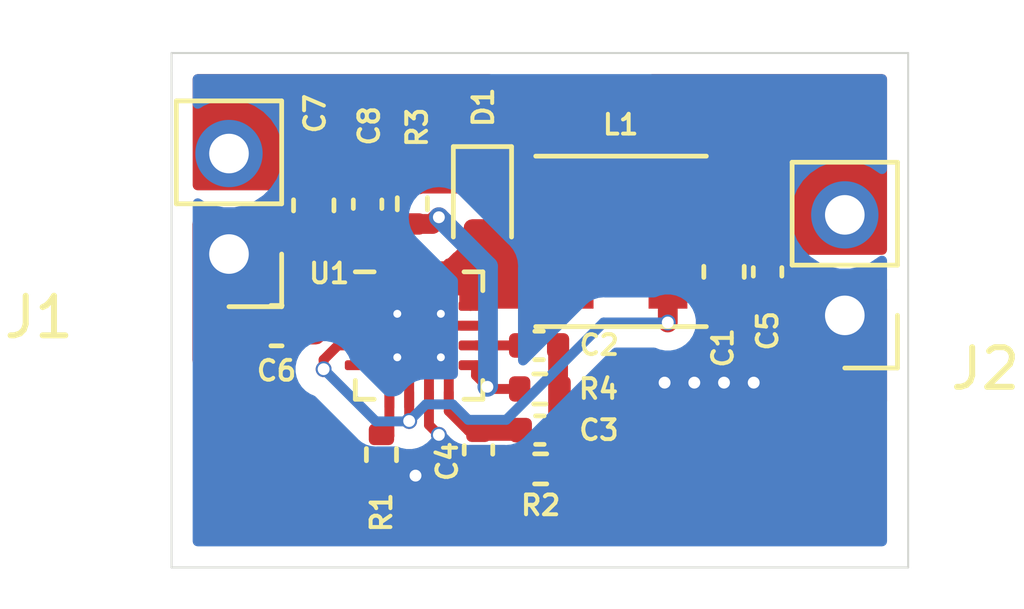
<source format=kicad_pcb>
(kicad_pcb (version 20171130) (host pcbnew "(5.1.8)-1")

  (general
    (thickness 1.6)
    (drawings 5)
    (tracks 104)
    (zones 0)
    (modules 17)
    (nets 11)
  )

  (page A4)
  (layers
    (0 F.Cu signal)
    (31 B.Cu signal)
    (32 B.Adhes user)
    (33 F.Adhes user)
    (34 B.Paste user)
    (35 F.Paste user)
    (36 B.SilkS user)
    (37 F.SilkS user)
    (38 B.Mask user)
    (39 F.Mask user)
    (40 Dwgs.User user hide)
    (41 Cmts.User user hide)
    (42 Eco1.User user hide)
    (43 Eco2.User user hide)
    (44 Edge.Cuts user)
    (45 Margin user hide)
    (46 B.CrtYd user hide)
    (47 F.CrtYd user hide)
    (48 B.Fab user hide)
    (49 F.Fab user hide)
  )

  (setup
    (last_trace_width 0.25)
    (user_trace_width 0.2)
    (user_trace_width 0.25)
    (user_trace_width 0.4)
    (user_trace_width 0.5)
    (user_trace_width 0.8)
    (user_trace_width 1)
    (trace_clearance 0.15)
    (zone_clearance 0.5)
    (zone_45_only no)
    (trace_min 0.2)
    (via_size 0.4)
    (via_drill 0.3)
    (via_min_size 0.4)
    (via_min_drill 0.3)
    (user_via 0.4 0.3)
    (user_via 0.5 0.4)
    (user_via 0.7 0.5)
    (uvia_size 0.3)
    (uvia_drill 0.1)
    (uvias_allowed no)
    (uvia_min_size 0.2)
    (uvia_min_drill 0.1)
    (edge_width 0.05)
    (segment_width 0.2)
    (pcb_text_width 0.3)
    (pcb_text_size 1.5 1.5)
    (mod_edge_width 0.12)
    (mod_text_size 1 1)
    (mod_text_width 0.15)
    (pad_size 1.524 1.524)
    (pad_drill 0.762)
    (pad_to_mask_clearance 0)
    (aux_axis_origin 0 0)
    (visible_elements 7FFFFFFF)
    (pcbplotparams
      (layerselection 0x010fc_ffffffff)
      (usegerberextensions false)
      (usegerberattributes true)
      (usegerberadvancedattributes true)
      (creategerberjobfile true)
      (excludeedgelayer true)
      (linewidth 0.100000)
      (plotframeref false)
      (viasonmask false)
      (mode 1)
      (useauxorigin false)
      (hpglpennumber 1)
      (hpglpenspeed 20)
      (hpglpendiameter 15.000000)
      (psnegative false)
      (psa4output false)
      (plotreference true)
      (plotvalue true)
      (plotinvisibletext false)
      (padsonsilk false)
      (subtractmaskfromsilk false)
      (outputformat 1)
      (mirror false)
      (drillshape 1)
      (scaleselection 1)
      (outputdirectory ""))
  )

  (net 0 "")
  (net 1 GND)
  (net 2 BAT)
  (net 3 "Net-(C2-Pad1)")
  (net 4 "Net-(C3-Pad1)")
  (net 5 "Net-(C4-Pad2)")
  (net 6 "Net-(C6-Pad2)")
  (net 7 V24)
  (net 8 "Net-(D1-Pad2)")
  (net 9 "Net-(R1-Pad1)")
  (net 10 "Net-(R3-Pad2)")

  (net_class Default "This is the default net class."
    (clearance 0.15)
    (trace_width 0.2)
    (via_dia 0.4)
    (via_drill 0.3)
    (uvia_dia 0.3)
    (uvia_drill 0.1)
    (diff_pair_width 0.2)
    (diff_pair_gap 0.2)
    (add_net BAT)
    (add_net GND)
    (add_net "Net-(C2-Pad1)")
    (add_net "Net-(C3-Pad1)")
    (add_net "Net-(C4-Pad2)")
    (add_net "Net-(C6-Pad2)")
    (add_net "Net-(D1-Pad2)")
    (add_net "Net-(R1-Pad1)")
    (add_net "Net-(R3-Pad2)")
    (add_net V24)
  )

  (module Connector_PinHeader_2.54mm:PinHeader_1x02_P2.54mm_Vertical (layer F.Cu) (tedit 59FED5CC) (tstamp 6083F614)
    (at 131.05 70.8 180)
    (descr "Through hole straight pin header, 1x02, 2.54mm pitch, single row")
    (tags "Through hole pin header THT 1x02 2.54mm single row")
    (path /6086B945)
    (fp_text reference J2 (at -3.55 -1.35) (layer F.SilkS)
      (effects (font (size 1 1) (thickness 0.15)))
    )
    (fp_text value Conn_01x02 (at 0 4.87) (layer F.Fab)
      (effects (font (size 1 1) (thickness 0.15)))
    )
    (fp_text user %R (at 0 1.27 90) (layer F.Fab)
      (effects (font (size 1 1) (thickness 0.15)))
    )
    (fp_line (start -0.635 -1.27) (end 1.27 -1.27) (layer F.Fab) (width 0.1))
    (fp_line (start 1.27 -1.27) (end 1.27 3.81) (layer F.Fab) (width 0.1))
    (fp_line (start 1.27 3.81) (end -1.27 3.81) (layer F.Fab) (width 0.1))
    (fp_line (start -1.27 3.81) (end -1.27 -0.635) (layer F.Fab) (width 0.1))
    (fp_line (start -1.27 -0.635) (end -0.635 -1.27) (layer F.Fab) (width 0.1))
    (fp_line (start -1.33 3.87) (end 1.33 3.87) (layer F.SilkS) (width 0.12))
    (fp_line (start -1.33 1.27) (end -1.33 3.87) (layer F.SilkS) (width 0.12))
    (fp_line (start 1.33 1.27) (end 1.33 3.87) (layer F.SilkS) (width 0.12))
    (fp_line (start -1.33 1.27) (end 1.33 1.27) (layer F.SilkS) (width 0.12))
    (fp_line (start -1.33 0) (end -1.33 -1.33) (layer F.SilkS) (width 0.12))
    (fp_line (start -1.33 -1.33) (end 0 -1.33) (layer F.SilkS) (width 0.12))
    (fp_line (start -1.8 -1.8) (end -1.8 4.35) (layer F.CrtYd) (width 0.05))
    (fp_line (start -1.8 4.35) (end 1.8 4.35) (layer F.CrtYd) (width 0.05))
    (fp_line (start 1.8 4.35) (end 1.8 -1.8) (layer F.CrtYd) (width 0.05))
    (fp_line (start 1.8 -1.8) (end -1.8 -1.8) (layer F.CrtYd) (width 0.05))
    (pad 2 thru_hole oval (at 0 2.54 180) (size 1.7 1.7) (drill 1) (layers *.Cu *.Mask)
      (net 2 BAT))
    (pad 1 thru_hole rect (at 0 0 180) (size 1.7 1.7) (drill 1) (layers *.Cu *.Mask)
      (net 1 GND))
    (model ${KISYS3DMOD}/Connector_PinHeader_2.54mm.3dshapes/PinHeader_1x02_P2.54mm_Vertical.wrl
      (at (xyz 0 0 0))
      (scale (xyz 1 1 1))
      (rotate (xyz 0 0 0))
    )
  )

  (module Connector_PinHeader_2.54mm:PinHeader_1x02_P2.54mm_Vertical (layer F.Cu) (tedit 59FED5CC) (tstamp 6083F5FE)
    (at 115.5 69.25 180)
    (descr "Through hole straight pin header, 1x02, 2.54mm pitch, single row")
    (tags "Through hole pin header THT 1x02 2.54mm single row")
    (path /6086CA79)
    (fp_text reference J1 (at 4.8 -1.6) (layer F.SilkS)
      (effects (font (size 1 1) (thickness 0.15)))
    )
    (fp_text value Conn_01x02 (at 0 4.87) (layer F.Fab)
      (effects (font (size 1 1) (thickness 0.15)))
    )
    (fp_text user %R (at 0 1.27 90) (layer F.Fab)
      (effects (font (size 1 1) (thickness 0.15)))
    )
    (fp_line (start -0.635 -1.27) (end 1.27 -1.27) (layer F.Fab) (width 0.1))
    (fp_line (start 1.27 -1.27) (end 1.27 3.81) (layer F.Fab) (width 0.1))
    (fp_line (start 1.27 3.81) (end -1.27 3.81) (layer F.Fab) (width 0.1))
    (fp_line (start -1.27 3.81) (end -1.27 -0.635) (layer F.Fab) (width 0.1))
    (fp_line (start -1.27 -0.635) (end -0.635 -1.27) (layer F.Fab) (width 0.1))
    (fp_line (start -1.33 3.87) (end 1.33 3.87) (layer F.SilkS) (width 0.12))
    (fp_line (start -1.33 1.27) (end -1.33 3.87) (layer F.SilkS) (width 0.12))
    (fp_line (start 1.33 1.27) (end 1.33 3.87) (layer F.SilkS) (width 0.12))
    (fp_line (start -1.33 1.27) (end 1.33 1.27) (layer F.SilkS) (width 0.12))
    (fp_line (start -1.33 0) (end -1.33 -1.33) (layer F.SilkS) (width 0.12))
    (fp_line (start -1.33 -1.33) (end 0 -1.33) (layer F.SilkS) (width 0.12))
    (fp_line (start -1.8 -1.8) (end -1.8 4.35) (layer F.CrtYd) (width 0.05))
    (fp_line (start -1.8 4.35) (end 1.8 4.35) (layer F.CrtYd) (width 0.05))
    (fp_line (start 1.8 4.35) (end 1.8 -1.8) (layer F.CrtYd) (width 0.05))
    (fp_line (start 1.8 -1.8) (end -1.8 -1.8) (layer F.CrtYd) (width 0.05))
    (pad 2 thru_hole oval (at 0 2.54 180) (size 1.7 1.7) (drill 1) (layers *.Cu *.Mask)
      (net 7 V24))
    (pad 1 thru_hole rect (at 0 0 180) (size 1.7 1.7) (drill 1) (layers *.Cu *.Mask)
      (net 1 GND))
    (model ${KISYS3DMOD}/Connector_PinHeader_2.54mm.3dshapes/PinHeader_1x02_P2.54mm_Vertical.wrl
      (at (xyz 0 0 0))
      (scale (xyz 1 1 1))
      (rotate (xyz 0 0 0))
    )
  )

  (module Inductor_SMD:L_Coilcraft_XxL4020 (layer F.Cu) (tedit 5A44C862) (tstamp 6082E434)
    (at 125.4 68.93 180)
    (descr "L_Coilcraft_XxL4020 https://www.coilcraft.com/pdfs/xfl4020.pdf")
    (tags "L Coilcraft XxL4020")
    (path /60835232)
    (attr smd)
    (fp_text reference L1 (at 0.01 2.95) (layer F.SilkS)
      (effects (font (size 0.5 0.5) (thickness 0.1)))
    )
    (fp_text value 8.2uH (at 0 3) (layer F.Fab)
      (effects (font (size 1 1) (thickness 0.15)))
    )
    (fp_line (start 2.154 2.154) (end -2.154 2.154) (layer F.SilkS) (width 0.12))
    (fp_line (start -2.154 -2.154) (end 2.154 -2.154) (layer F.SilkS) (width 0.12))
    (fp_line (start -2.26 2.26) (end -2.26 -2.26) (layer F.CrtYd) (width 0.05))
    (fp_line (start 2.26 2.26) (end -2.26 2.26) (layer F.CrtYd) (width 0.05))
    (fp_line (start 2.26 -2.26) (end 2.26 2.26) (layer F.CrtYd) (width 0.05))
    (fp_line (start -2.26 -2.26) (end 2.26 -2.26) (layer F.CrtYd) (width 0.05))
    (fp_line (start -2 2) (end -2 -2) (layer F.Fab) (width 0.1))
    (fp_line (start 2 2) (end -2 2) (layer F.Fab) (width 0.1))
    (fp_line (start 2 -2) (end 2 2) (layer F.Fab) (width 0.1))
    (fp_line (start -2 -2) (end 2 -2) (layer F.Fab) (width 0.1))
    (fp_text user %R (at 0 0) (layer F.Fab)
      (effects (font (size 1 1) (thickness 0.15)))
    )
    (pad 2 smd rect (at 1.185 0 180) (size 0.98 3.4) (layers F.Cu F.Paste F.Mask)
      (net 8 "Net-(D1-Pad2)"))
    (pad 1 smd rect (at -1.185 0 180) (size 0.98 3.4) (layers F.Cu F.Paste F.Mask)
      (net 2 BAT))
    (model ${KISYS3DMOD}/Inductor_SMD.3dshapes/L_Coilcraft_XxL4020.wrl
      (at (xyz 0 0 0))
      (scale (xyz 1 1 1))
      (rotate (xyz 0 0 0))
    )
  )

  (module Package_DFN_QFN:WQFN-16-1EP_3x3mm_P0.5mm_EP1.6x1.6mm_ThermalVias (layer F.Cu) (tedit 5E90513E) (tstamp 60833568)
    (at 120.3 71.31)
    (descr "WQFN, 16 Pin (https://www.ti.com/lit/ds/symlink/tpa6132a2.pdf#page=24), generated with kicad-footprint-generator ipc_noLead_generator.py")
    (tags "WQFN NoLead")
    (path /6082F698)
    (attr smd)
    (fp_text reference U1 (at -2.27 -1.57) (layer F.SilkS)
      (effects (font (size 0.5 0.5) (thickness 0.1)))
    )
    (fp_text value LM51571 (at 0 2.82) (layer F.Fab)
      (effects (font (size 1 1) (thickness 0.15)))
    )
    (fp_line (start 1.135 -1.61) (end 1.61 -1.61) (layer F.SilkS) (width 0.12))
    (fp_line (start 1.61 -1.61) (end 1.61 -1.135) (layer F.SilkS) (width 0.12))
    (fp_line (start -1.135 1.61) (end -1.61 1.61) (layer F.SilkS) (width 0.12))
    (fp_line (start -1.61 1.61) (end -1.61 1.135) (layer F.SilkS) (width 0.12))
    (fp_line (start 1.135 1.61) (end 1.61 1.61) (layer F.SilkS) (width 0.12))
    (fp_line (start 1.61 1.61) (end 1.61 1.135) (layer F.SilkS) (width 0.12))
    (fp_line (start -1.135 -1.61) (end -1.61 -1.61) (layer F.SilkS) (width 0.12))
    (fp_line (start -0.75 -1.5) (end 1.5 -1.5) (layer F.Fab) (width 0.1))
    (fp_line (start 1.5 -1.5) (end 1.5 1.5) (layer F.Fab) (width 0.1))
    (fp_line (start 1.5 1.5) (end -1.5 1.5) (layer F.Fab) (width 0.1))
    (fp_line (start -1.5 1.5) (end -1.5 -0.75) (layer F.Fab) (width 0.1))
    (fp_line (start -1.5 -0.75) (end -0.75 -1.5) (layer F.Fab) (width 0.1))
    (fp_line (start -2.12 -2.12) (end -2.12 2.12) (layer F.CrtYd) (width 0.05))
    (fp_line (start -2.12 2.12) (end 2.12 2.12) (layer F.CrtYd) (width 0.05))
    (fp_line (start 2.12 2.12) (end 2.12 -2.12) (layer F.CrtYd) (width 0.05))
    (fp_line (start 2.12 -2.12) (end -2.12 -2.12) (layer F.CrtYd) (width 0.05))
    (fp_text user %R (at 0 0) (layer F.Fab)
      (effects (font (size 0.75 0.75) (thickness 0.11)))
    )
    (pad "" smd roundrect (at 0.4 0.4) (size 0.69 0.69) (layers F.Paste) (roundrect_rratio 0.25))
    (pad "" smd roundrect (at 0.4 -0.4) (size 0.69 0.69) (layers F.Paste) (roundrect_rratio 0.25))
    (pad "" smd roundrect (at -0.4 0.4) (size 0.69 0.69) (layers F.Paste) (roundrect_rratio 0.25))
    (pad "" smd roundrect (at -0.4 -0.4) (size 0.69 0.69) (layers F.Paste) (roundrect_rratio 0.25))
    (pad 17 smd rect (at 0 0) (size 1.6 1.6) (layers B.Cu)
      (net 1 GND))
    (pad 17 thru_hole circle (at 0.55 0.55) (size 0.5 0.5) (drill 0.2) (layers *.Cu)
      (net 1 GND))
    (pad 17 thru_hole circle (at -0.55 0.55) (size 0.5 0.5) (drill 0.2) (layers *.Cu)
      (net 1 GND))
    (pad 17 thru_hole circle (at 0.55 -0.55) (size 0.5 0.5) (drill 0.2) (layers *.Cu)
      (net 1 GND))
    (pad 17 thru_hole circle (at -0.55 -0.55) (size 0.5 0.5) (drill 0.2) (layers *.Cu)
      (net 1 GND))
    (pad 17 smd rect (at 0 0) (size 1.6 1.6) (layers F.Cu F.Mask)
      (net 1 GND))
    (pad 16 smd roundrect (at -0.75 -1.4375) (size 0.25 0.875) (layers F.Cu F.Paste F.Mask) (roundrect_rratio 0.25)
      (net 1 GND))
    (pad 15 smd roundrect (at -0.25 -1.4375) (size 0.25 0.875) (layers F.Cu F.Paste F.Mask) (roundrect_rratio 0.25))
    (pad 14 smd roundrect (at 0.25 -1.4375) (size 0.25 0.875) (layers F.Cu F.Paste F.Mask) (roundrect_rratio 0.25)
      (net 8 "Net-(D1-Pad2)"))
    (pad 13 smd roundrect (at 0.75 -1.4375) (size 0.25 0.875) (layers F.Cu F.Paste F.Mask) (roundrect_rratio 0.25)
      (net 8 "Net-(D1-Pad2)"))
    (pad 12 smd roundrect (at 1.4375 -0.75) (size 0.875 0.25) (layers F.Cu F.Paste F.Mask) (roundrect_rratio 0.25)
      (net 8 "Net-(D1-Pad2)"))
    (pad 11 smd roundrect (at 1.4375 -0.25) (size 0.875 0.25) (layers F.Cu F.Paste F.Mask) (roundrect_rratio 0.25)
      (net 1 GND))
    (pad 10 smd roundrect (at 1.4375 0.25) (size 0.875 0.25) (layers F.Cu F.Paste F.Mask) (roundrect_rratio 0.25)
      (net 3 "Net-(C2-Pad1)"))
    (pad 9 smd roundrect (at 1.4375 0.75) (size 0.875 0.25) (layers F.Cu F.Paste F.Mask) (roundrect_rratio 0.25)
      (net 10 "Net-(R3-Pad2)"))
    (pad 8 smd roundrect (at 0.75 1.4375) (size 0.25 0.875) (layers F.Cu F.Paste F.Mask) (roundrect_rratio 0.25)
      (net 4 "Net-(C3-Pad1)"))
    (pad 7 smd roundrect (at 0.25 1.4375) (size 0.25 0.875) (layers F.Cu F.Paste F.Mask) (roundrect_rratio 0.25)
      (net 1 GND))
    (pad 6 smd roundrect (at -0.25 1.4375) (size 0.25 0.875) (layers F.Cu F.Paste F.Mask) (roundrect_rratio 0.25)
      (net 2 BAT))
    (pad 5 smd roundrect (at -0.75 1.4375) (size 0.25 0.875) (layers F.Cu F.Paste F.Mask) (roundrect_rratio 0.25)
      (net 9 "Net-(R1-Pad1)"))
    (pad 4 smd roundrect (at -1.4375 0.75) (size 0.875 0.25) (layers F.Cu F.Paste F.Mask) (roundrect_rratio 0.25))
    (pad 3 smd roundrect (at -1.4375 0.25) (size 0.875 0.25) (layers F.Cu F.Paste F.Mask) (roundrect_rratio 0.25)
      (net 2 BAT))
    (pad 2 smd roundrect (at -1.4375 -0.25) (size 0.875 0.25) (layers F.Cu F.Paste F.Mask) (roundrect_rratio 0.25)
      (net 6 "Net-(C6-Pad2)"))
    (pad 1 smd roundrect (at -1.4375 -0.75) (size 0.875 0.25) (layers F.Cu F.Paste F.Mask) (roundrect_rratio 0.25)
      (net 1 GND))
    (model ${KISYS3DMOD}/Package_DFN_QFN.3dshapes/WQFN-16-1EP_3x3mm_P0.5mm_EP1.6x1.6mm.wrl
      (at (xyz 0 0 0))
      (scale (xyz 1 1 1))
      (rotate (xyz 0 0 0))
    )
  )

  (module Resistor_SMD:R_0402_1005Metric (layer F.Cu) (tedit 5F68FEEE) (tstamp 6082E478)
    (at 123.35 72.66)
    (descr "Resistor SMD 0402 (1005 Metric), square (rectangular) end terminal, IPC_7351 nominal, (Body size source: IPC-SM-782 page 72, https://www.pcb-3d.com/wordpress/wp-content/uploads/ipc-sm-782a_amendment_1_and_2.pdf), generated with kicad-footprint-generator")
    (tags resistor)
    (path /608369E3)
    (attr smd)
    (fp_text reference R4 (at 1.48 0) (layer F.SilkS)
      (effects (font (size 0.5 0.5) (thickness 0.1)))
    )
    (fp_text value 2.49K (at 0 1.17) (layer F.Fab)
      (effects (font (size 1 1) (thickness 0.15)))
    )
    (fp_line (start -0.525 0.27) (end -0.525 -0.27) (layer F.Fab) (width 0.1))
    (fp_line (start -0.525 -0.27) (end 0.525 -0.27) (layer F.Fab) (width 0.1))
    (fp_line (start 0.525 -0.27) (end 0.525 0.27) (layer F.Fab) (width 0.1))
    (fp_line (start 0.525 0.27) (end -0.525 0.27) (layer F.Fab) (width 0.1))
    (fp_line (start -0.153641 -0.38) (end 0.153641 -0.38) (layer F.SilkS) (width 0.12))
    (fp_line (start -0.153641 0.38) (end 0.153641 0.38) (layer F.SilkS) (width 0.12))
    (fp_line (start -0.93 0.47) (end -0.93 -0.47) (layer F.CrtYd) (width 0.05))
    (fp_line (start -0.93 -0.47) (end 0.93 -0.47) (layer F.CrtYd) (width 0.05))
    (fp_line (start 0.93 -0.47) (end 0.93 0.47) (layer F.CrtYd) (width 0.05))
    (fp_line (start 0.93 0.47) (end -0.93 0.47) (layer F.CrtYd) (width 0.05))
    (fp_text user %R (at 0 0) (layer F.Fab)
      (effects (font (size 0.26 0.26) (thickness 0.04)))
    )
    (pad 2 smd roundrect (at 0.51 0) (size 0.54 0.64) (layers F.Cu F.Paste F.Mask) (roundrect_rratio 0.25)
      (net 1 GND))
    (pad 1 smd roundrect (at -0.51 0) (size 0.54 0.64) (layers F.Cu F.Paste F.Mask) (roundrect_rratio 0.25)
      (net 10 "Net-(R3-Pad2)"))
    (model ${KISYS3DMOD}/Resistor_SMD.3dshapes/R_0402_1005Metric.wrl
      (at (xyz 0 0 0))
      (scale (xyz 1 1 1))
      (rotate (xyz 0 0 0))
    )
  )

  (module Resistor_SMD:R_0402_1005Metric (layer F.Cu) (tedit 5F68FEEE) (tstamp 6082E467)
    (at 120.13 67.98 270)
    (descr "Resistor SMD 0402 (1005 Metric), square (rectangular) end terminal, IPC_7351 nominal, (Body size source: IPC-SM-782 page 72, https://www.pcb-3d.com/wordpress/wp-content/uploads/ipc-sm-782a_amendment_1_and_2.pdf), generated with kicad-footprint-generator")
    (tags resistor)
    (path /60836768)
    (attr smd)
    (fp_text reference R3 (at -1.93 -0.12 90) (layer F.SilkS)
      (effects (font (size 0.5 0.5) (thickness 0.1)))
    )
    (fp_text value 57.6K (at 0 1.17 90) (layer F.Fab)
      (effects (font (size 1 1) (thickness 0.15)))
    )
    (fp_line (start -0.525 0.27) (end -0.525 -0.27) (layer F.Fab) (width 0.1))
    (fp_line (start -0.525 -0.27) (end 0.525 -0.27) (layer F.Fab) (width 0.1))
    (fp_line (start 0.525 -0.27) (end 0.525 0.27) (layer F.Fab) (width 0.1))
    (fp_line (start 0.525 0.27) (end -0.525 0.27) (layer F.Fab) (width 0.1))
    (fp_line (start -0.153641 -0.38) (end 0.153641 -0.38) (layer F.SilkS) (width 0.12))
    (fp_line (start -0.153641 0.38) (end 0.153641 0.38) (layer F.SilkS) (width 0.12))
    (fp_line (start -0.93 0.47) (end -0.93 -0.47) (layer F.CrtYd) (width 0.05))
    (fp_line (start -0.93 -0.47) (end 0.93 -0.47) (layer F.CrtYd) (width 0.05))
    (fp_line (start 0.93 -0.47) (end 0.93 0.47) (layer F.CrtYd) (width 0.05))
    (fp_line (start 0.93 0.47) (end -0.93 0.47) (layer F.CrtYd) (width 0.05))
    (fp_text user %R (at 0 0 90) (layer F.Fab)
      (effects (font (size 0.26 0.26) (thickness 0.04)))
    )
    (pad 2 smd roundrect (at 0.51 0 270) (size 0.54 0.64) (layers F.Cu F.Paste F.Mask) (roundrect_rratio 0.25)
      (net 10 "Net-(R3-Pad2)"))
    (pad 1 smd roundrect (at -0.51 0 270) (size 0.54 0.64) (layers F.Cu F.Paste F.Mask) (roundrect_rratio 0.25)
      (net 7 V24))
    (model ${KISYS3DMOD}/Resistor_SMD.3dshapes/R_0402_1005Metric.wrl
      (at (xyz 0 0 0))
      (scale (xyz 1 1 1))
      (rotate (xyz 0 0 0))
    )
  )

  (module Resistor_SMD:R_0402_1005Metric (layer F.Cu) (tedit 5F68FEEE) (tstamp 6082E456)
    (at 123.37 74.68)
    (descr "Resistor SMD 0402 (1005 Metric), square (rectangular) end terminal, IPC_7351 nominal, (Body size source: IPC-SM-782 page 72, https://www.pcb-3d.com/wordpress/wp-content/uploads/ipc-sm-782a_amendment_1_and_2.pdf), generated with kicad-footprint-generator")
    (tags resistor)
    (path /60833CE6)
    (attr smd)
    (fp_text reference R2 (at 0 0.92) (layer F.SilkS)
      (effects (font (size 0.5 0.5) (thickness 0.1)))
    )
    (fp_text value 1.18K (at 0 1.17) (layer F.Fab)
      (effects (font (size 1 1) (thickness 0.15)))
    )
    (fp_line (start -0.525 0.27) (end -0.525 -0.27) (layer F.Fab) (width 0.1))
    (fp_line (start -0.525 -0.27) (end 0.525 -0.27) (layer F.Fab) (width 0.1))
    (fp_line (start 0.525 -0.27) (end 0.525 0.27) (layer F.Fab) (width 0.1))
    (fp_line (start 0.525 0.27) (end -0.525 0.27) (layer F.Fab) (width 0.1))
    (fp_line (start -0.153641 -0.38) (end 0.153641 -0.38) (layer F.SilkS) (width 0.12))
    (fp_line (start -0.153641 0.38) (end 0.153641 0.38) (layer F.SilkS) (width 0.12))
    (fp_line (start -0.93 0.47) (end -0.93 -0.47) (layer F.CrtYd) (width 0.05))
    (fp_line (start -0.93 -0.47) (end 0.93 -0.47) (layer F.CrtYd) (width 0.05))
    (fp_line (start 0.93 -0.47) (end 0.93 0.47) (layer F.CrtYd) (width 0.05))
    (fp_line (start 0.93 0.47) (end -0.93 0.47) (layer F.CrtYd) (width 0.05))
    (fp_text user %R (at 0 0) (layer F.Fab)
      (effects (font (size 0.26 0.26) (thickness 0.04)))
    )
    (pad 2 smd roundrect (at 0.51 0) (size 0.54 0.64) (layers F.Cu F.Paste F.Mask) (roundrect_rratio 0.25)
      (net 1 GND))
    (pad 1 smd roundrect (at -0.51 0) (size 0.54 0.64) (layers F.Cu F.Paste F.Mask) (roundrect_rratio 0.25)
      (net 5 "Net-(C4-Pad2)"))
    (model ${KISYS3DMOD}/Resistor_SMD.3dshapes/R_0402_1005Metric.wrl
      (at (xyz 0 0 0))
      (scale (xyz 1 1 1))
      (rotate (xyz 0 0 0))
    )
  )

  (module Resistor_SMD:R_0402_1005Metric (layer F.Cu) (tedit 5F68FEEE) (tstamp 6082E445)
    (at 119.35 74.32 270)
    (descr "Resistor SMD 0402 (1005 Metric), square (rectangular) end terminal, IPC_7351 nominal, (Body size source: IPC-SM-782 page 72, https://www.pcb-3d.com/wordpress/wp-content/uploads/ipc-sm-782a_amendment_1_and_2.pdf), generated with kicad-footprint-generator")
    (tags resistor)
    (path /608324C5)
    (attr smd)
    (fp_text reference R1 (at 1.46 0 90) (layer F.SilkS)
      (effects (font (size 0.5 0.5) (thickness 0.1)))
    )
    (fp_text value 24.9K (at 0 1.17 90) (layer F.Fab)
      (effects (font (size 1 1) (thickness 0.15)))
    )
    (fp_line (start -0.525 0.27) (end -0.525 -0.27) (layer F.Fab) (width 0.1))
    (fp_line (start -0.525 -0.27) (end 0.525 -0.27) (layer F.Fab) (width 0.1))
    (fp_line (start 0.525 -0.27) (end 0.525 0.27) (layer F.Fab) (width 0.1))
    (fp_line (start 0.525 0.27) (end -0.525 0.27) (layer F.Fab) (width 0.1))
    (fp_line (start -0.153641 -0.38) (end 0.153641 -0.38) (layer F.SilkS) (width 0.12))
    (fp_line (start -0.153641 0.38) (end 0.153641 0.38) (layer F.SilkS) (width 0.12))
    (fp_line (start -0.93 0.47) (end -0.93 -0.47) (layer F.CrtYd) (width 0.05))
    (fp_line (start -0.93 -0.47) (end 0.93 -0.47) (layer F.CrtYd) (width 0.05))
    (fp_line (start 0.93 -0.47) (end 0.93 0.47) (layer F.CrtYd) (width 0.05))
    (fp_line (start 0.93 0.47) (end -0.93 0.47) (layer F.CrtYd) (width 0.05))
    (fp_text user %R (at 0 0 90) (layer F.Fab)
      (effects (font (size 0.26 0.26) (thickness 0.04)))
    )
    (pad 2 smd roundrect (at 0.51 0 270) (size 0.54 0.64) (layers F.Cu F.Paste F.Mask) (roundrect_rratio 0.25)
      (net 1 GND))
    (pad 1 smd roundrect (at -0.51 0 270) (size 0.54 0.64) (layers F.Cu F.Paste F.Mask) (roundrect_rratio 0.25)
      (net 9 "Net-(R1-Pad1)"))
    (model ${KISYS3DMOD}/Resistor_SMD.3dshapes/R_0402_1005Metric.wrl
      (at (xyz 0 0 0))
      (scale (xyz 1 1 1))
      (rotate (xyz 0 0 0))
    )
  )

  (module Diode_SMD:D_0603_1608Metric (layer F.Cu) (tedit 5F68FEF0) (tstamp 6082E421)
    (at 121.9 68.02 270)
    (descr "Diode SMD 0603 (1608 Metric), square (rectangular) end terminal, IPC_7351 nominal, (Body size source: http://www.tortai-tech.com/upload/download/2011102023233369053.pdf), generated with kicad-footprint-generator")
    (tags diode)
    (path /60836121)
    (attr smd)
    (fp_text reference D1 (at -2.48 -0.02 90) (layer F.SilkS)
      (effects (font (size 0.5 0.5) (thickness 0.1)))
    )
    (fp_text value "0.55V 1A" (at 0 1.43 90) (layer F.Fab)
      (effects (font (size 1 1) (thickness 0.15)))
    )
    (fp_line (start 0.8 -0.4) (end -0.5 -0.4) (layer F.Fab) (width 0.1))
    (fp_line (start -0.5 -0.4) (end -0.8 -0.1) (layer F.Fab) (width 0.1))
    (fp_line (start -0.8 -0.1) (end -0.8 0.4) (layer F.Fab) (width 0.1))
    (fp_line (start -0.8 0.4) (end 0.8 0.4) (layer F.Fab) (width 0.1))
    (fp_line (start 0.8 0.4) (end 0.8 -0.4) (layer F.Fab) (width 0.1))
    (fp_line (start 0.8 -0.735) (end -1.485 -0.735) (layer F.SilkS) (width 0.12))
    (fp_line (start -1.485 -0.735) (end -1.485 0.735) (layer F.SilkS) (width 0.12))
    (fp_line (start -1.485 0.735) (end 0.8 0.735) (layer F.SilkS) (width 0.12))
    (fp_line (start -1.48 0.73) (end -1.48 -0.73) (layer F.CrtYd) (width 0.05))
    (fp_line (start -1.48 -0.73) (end 1.48 -0.73) (layer F.CrtYd) (width 0.05))
    (fp_line (start 1.48 -0.73) (end 1.48 0.73) (layer F.CrtYd) (width 0.05))
    (fp_line (start 1.48 0.73) (end -1.48 0.73) (layer F.CrtYd) (width 0.05))
    (fp_text user %R (at 0 0 90) (layer F.Fab)
      (effects (font (size 0.4 0.4) (thickness 0.06)))
    )
    (pad 2 smd roundrect (at 0.7875 0 270) (size 0.875 0.95) (layers F.Cu F.Paste F.Mask) (roundrect_rratio 0.25)
      (net 8 "Net-(D1-Pad2)"))
    (pad 1 smd roundrect (at -0.7875 0 270) (size 0.875 0.95) (layers F.Cu F.Paste F.Mask) (roundrect_rratio 0.25)
      (net 7 V24))
    (model ${KISYS3DMOD}/Diode_SMD.3dshapes/D_0603_1608Metric.wrl
      (at (xyz 0 0 0))
      (scale (xyz 1 1 1))
      (rotate (xyz 0 0 0))
    )
  )

  (module Capacitor_SMD:C_0402_1005Metric (layer F.Cu) (tedit 5F68FEEE) (tstamp 6082E40E)
    (at 119 67.99 270)
    (descr "Capacitor SMD 0402 (1005 Metric), square (rectangular) end terminal, IPC_7351 nominal, (Body size source: IPC-SM-782 page 76, https://www.pcb-3d.com/wordpress/wp-content/uploads/ipc-sm-782a_amendment_1_and_2.pdf), generated with kicad-footprint-generator")
    (tags capacitor)
    (path /60836DCF)
    (attr smd)
    (fp_text reference C8 (at -1.98 -0.04 90) (layer F.SilkS)
      (effects (font (size 0.5 0.5) (thickness 0.1)))
    )
    (fp_text value 100nF (at 0 1.16 90) (layer F.Fab)
      (effects (font (size 1 1) (thickness 0.15)))
    )
    (fp_line (start -0.5 0.25) (end -0.5 -0.25) (layer F.Fab) (width 0.1))
    (fp_line (start -0.5 -0.25) (end 0.5 -0.25) (layer F.Fab) (width 0.1))
    (fp_line (start 0.5 -0.25) (end 0.5 0.25) (layer F.Fab) (width 0.1))
    (fp_line (start 0.5 0.25) (end -0.5 0.25) (layer F.Fab) (width 0.1))
    (fp_line (start -0.107836 -0.36) (end 0.107836 -0.36) (layer F.SilkS) (width 0.12))
    (fp_line (start -0.107836 0.36) (end 0.107836 0.36) (layer F.SilkS) (width 0.12))
    (fp_line (start -0.91 0.46) (end -0.91 -0.46) (layer F.CrtYd) (width 0.05))
    (fp_line (start -0.91 -0.46) (end 0.91 -0.46) (layer F.CrtYd) (width 0.05))
    (fp_line (start 0.91 -0.46) (end 0.91 0.46) (layer F.CrtYd) (width 0.05))
    (fp_line (start 0.91 0.46) (end -0.91 0.46) (layer F.CrtYd) (width 0.05))
    (fp_text user %R (at 0 0 90) (layer F.Fab)
      (effects (font (size 0.25 0.25) (thickness 0.04)))
    )
    (pad 2 smd roundrect (at 0.48 0 270) (size 0.56 0.62) (layers F.Cu F.Paste F.Mask) (roundrect_rratio 0.25)
      (net 1 GND))
    (pad 1 smd roundrect (at -0.48 0 270) (size 0.56 0.62) (layers F.Cu F.Paste F.Mask) (roundrect_rratio 0.25)
      (net 7 V24))
    (model ${KISYS3DMOD}/Capacitor_SMD.3dshapes/C_0402_1005Metric.wrl
      (at (xyz 0 0 0))
      (scale (xyz 1 1 1))
      (rotate (xyz 0 0 0))
    )
  )

  (module Capacitor_SMD:C_0603_1608Metric (layer F.Cu) (tedit 5F68FEEE) (tstamp 6082E3FD)
    (at 117.64 68.02 270)
    (descr "Capacitor SMD 0603 (1608 Metric), square (rectangular) end terminal, IPC_7351 nominal, (Body size source: IPC-SM-782 page 76, https://www.pcb-3d.com/wordpress/wp-content/uploads/ipc-sm-782a_amendment_1_and_2.pdf), generated with kicad-footprint-generator")
    (tags capacitor)
    (path /60836F3D)
    (attr smd)
    (fp_text reference C7 (at -2.32 -0.03 90) (layer F.SilkS)
      (effects (font (size 0.5 0.5) (thickness 0.1)))
    )
    (fp_text value 4.7uF (at 0 1.43 90) (layer F.Fab)
      (effects (font (size 1 1) (thickness 0.15)))
    )
    (fp_line (start -0.8 0.4) (end -0.8 -0.4) (layer F.Fab) (width 0.1))
    (fp_line (start -0.8 -0.4) (end 0.8 -0.4) (layer F.Fab) (width 0.1))
    (fp_line (start 0.8 -0.4) (end 0.8 0.4) (layer F.Fab) (width 0.1))
    (fp_line (start 0.8 0.4) (end -0.8 0.4) (layer F.Fab) (width 0.1))
    (fp_line (start -0.14058 -0.51) (end 0.14058 -0.51) (layer F.SilkS) (width 0.12))
    (fp_line (start -0.14058 0.51) (end 0.14058 0.51) (layer F.SilkS) (width 0.12))
    (fp_line (start -1.48 0.73) (end -1.48 -0.73) (layer F.CrtYd) (width 0.05))
    (fp_line (start -1.48 -0.73) (end 1.48 -0.73) (layer F.CrtYd) (width 0.05))
    (fp_line (start 1.48 -0.73) (end 1.48 0.73) (layer F.CrtYd) (width 0.05))
    (fp_line (start 1.48 0.73) (end -1.48 0.73) (layer F.CrtYd) (width 0.05))
    (fp_text user %R (at 0 0 90) (layer F.Fab)
      (effects (font (size 0.4 0.4) (thickness 0.06)))
    )
    (pad 2 smd roundrect (at 0.775 0 270) (size 0.9 0.95) (layers F.Cu F.Paste F.Mask) (roundrect_rratio 0.25)
      (net 1 GND))
    (pad 1 smd roundrect (at -0.775 0 270) (size 0.9 0.95) (layers F.Cu F.Paste F.Mask) (roundrect_rratio 0.25)
      (net 7 V24))
    (model ${KISYS3DMOD}/Capacitor_SMD.3dshapes/C_0603_1608Metric.wrl
      (at (xyz 0 0 0))
      (scale (xyz 1 1 1))
      (rotate (xyz 0 0 0))
    )
  )

  (module Capacitor_SMD:C_0603_1608Metric (layer F.Cu) (tedit 5F68FEEE) (tstamp 6082E3EC)
    (at 116.7 71.06)
    (descr "Capacitor SMD 0603 (1608 Metric), square (rectangular) end terminal, IPC_7351 nominal, (Body size source: IPC-SM-782 page 76, https://www.pcb-3d.com/wordpress/wp-content/uploads/ipc-sm-782a_amendment_1_and_2.pdf), generated with kicad-footprint-generator")
    (tags capacitor)
    (path /60832328)
    (attr smd)
    (fp_text reference C6 (at 0 1.14) (layer F.SilkS)
      (effects (font (size 0.5 0.5) (thickness 0.1)))
    )
    (fp_text value 1uF (at 0 1.43) (layer F.Fab)
      (effects (font (size 1 1) (thickness 0.15)))
    )
    (fp_line (start -0.8 0.4) (end -0.8 -0.4) (layer F.Fab) (width 0.1))
    (fp_line (start -0.8 -0.4) (end 0.8 -0.4) (layer F.Fab) (width 0.1))
    (fp_line (start 0.8 -0.4) (end 0.8 0.4) (layer F.Fab) (width 0.1))
    (fp_line (start 0.8 0.4) (end -0.8 0.4) (layer F.Fab) (width 0.1))
    (fp_line (start -0.14058 -0.51) (end 0.14058 -0.51) (layer F.SilkS) (width 0.12))
    (fp_line (start -0.14058 0.51) (end 0.14058 0.51) (layer F.SilkS) (width 0.12))
    (fp_line (start -1.48 0.73) (end -1.48 -0.73) (layer F.CrtYd) (width 0.05))
    (fp_line (start -1.48 -0.73) (end 1.48 -0.73) (layer F.CrtYd) (width 0.05))
    (fp_line (start 1.48 -0.73) (end 1.48 0.73) (layer F.CrtYd) (width 0.05))
    (fp_line (start 1.48 0.73) (end -1.48 0.73) (layer F.CrtYd) (width 0.05))
    (fp_text user %R (at 0 0) (layer F.Fab)
      (effects (font (size 0.4 0.4) (thickness 0.06)))
    )
    (pad 2 smd roundrect (at 0.775 0) (size 0.9 0.95) (layers F.Cu F.Paste F.Mask) (roundrect_rratio 0.25)
      (net 6 "Net-(C6-Pad2)"))
    (pad 1 smd roundrect (at -0.775 0) (size 0.9 0.95) (layers F.Cu F.Paste F.Mask) (roundrect_rratio 0.25)
      (net 1 GND))
    (model ${KISYS3DMOD}/Capacitor_SMD.3dshapes/C_0603_1608Metric.wrl
      (at (xyz 0 0 0))
      (scale (xyz 1 1 1))
      (rotate (xyz 0 0 0))
    )
  )

  (module Capacitor_SMD:C_0402_1005Metric (layer F.Cu) (tedit 5F68FEEE) (tstamp 6082E3DB)
    (at 129.1 69.7 90)
    (descr "Capacitor SMD 0402 (1005 Metric), square (rectangular) end terminal, IPC_7351 nominal, (Body size source: IPC-SM-782 page 76, https://www.pcb-3d.com/wordpress/wp-content/uploads/ipc-sm-782a_amendment_1_and_2.pdf), generated with kicad-footprint-generator")
    (tags capacitor)
    (path /6083217F)
    (attr smd)
    (fp_text reference C5 (at -1.49 0 90) (layer F.SilkS)
      (effects (font (size 0.5 0.5) (thickness 0.1)))
    )
    (fp_text value 100nF (at 0 1.16 90) (layer F.Fab)
      (effects (font (size 1 1) (thickness 0.15)))
    )
    (fp_line (start -0.5 0.25) (end -0.5 -0.25) (layer F.Fab) (width 0.1))
    (fp_line (start -0.5 -0.25) (end 0.5 -0.25) (layer F.Fab) (width 0.1))
    (fp_line (start 0.5 -0.25) (end 0.5 0.25) (layer F.Fab) (width 0.1))
    (fp_line (start 0.5 0.25) (end -0.5 0.25) (layer F.Fab) (width 0.1))
    (fp_line (start -0.107836 -0.36) (end 0.107836 -0.36) (layer F.SilkS) (width 0.12))
    (fp_line (start -0.107836 0.36) (end 0.107836 0.36) (layer F.SilkS) (width 0.12))
    (fp_line (start -0.91 0.46) (end -0.91 -0.46) (layer F.CrtYd) (width 0.05))
    (fp_line (start -0.91 -0.46) (end 0.91 -0.46) (layer F.CrtYd) (width 0.05))
    (fp_line (start 0.91 -0.46) (end 0.91 0.46) (layer F.CrtYd) (width 0.05))
    (fp_line (start 0.91 0.46) (end -0.91 0.46) (layer F.CrtYd) (width 0.05))
    (fp_text user %R (at 0 0 90) (layer F.Fab)
      (effects (font (size 0.25 0.25) (thickness 0.04)))
    )
    (pad 2 smd roundrect (at 0.48 0 90) (size 0.56 0.62) (layers F.Cu F.Paste F.Mask) (roundrect_rratio 0.25)
      (net 2 BAT))
    (pad 1 smd roundrect (at -0.48 0 90) (size 0.56 0.62) (layers F.Cu F.Paste F.Mask) (roundrect_rratio 0.25)
      (net 1 GND))
    (model ${KISYS3DMOD}/Capacitor_SMD.3dshapes/C_0402_1005Metric.wrl
      (at (xyz 0 0 0))
      (scale (xyz 1 1 1))
      (rotate (xyz 0 0 0))
    )
  )

  (module Capacitor_SMD:C_0402_1005Metric (layer F.Cu) (tedit 5F68FEEE) (tstamp 6082E3CA)
    (at 121.8 74.2 270)
    (descr "Capacitor SMD 0402 (1005 Metric), square (rectangular) end terminal, IPC_7351 nominal, (Body size source: IPC-SM-782 page 76, https://www.pcb-3d.com/wordpress/wp-content/uploads/ipc-sm-782a_amendment_1_and_2.pdf), generated with kicad-footprint-generator")
    (tags capacitor)
    (path /6083395B)
    (attr smd)
    (fp_text reference C4 (at 0.29 0.79 90) (layer F.SilkS)
      (effects (font (size 0.5 0.5) (thickness 0.1)))
    )
    (fp_text value 27nF (at 0 1.16 90) (layer F.Fab)
      (effects (font (size 1 1) (thickness 0.15)))
    )
    (fp_line (start -0.5 0.25) (end -0.5 -0.25) (layer F.Fab) (width 0.1))
    (fp_line (start -0.5 -0.25) (end 0.5 -0.25) (layer F.Fab) (width 0.1))
    (fp_line (start 0.5 -0.25) (end 0.5 0.25) (layer F.Fab) (width 0.1))
    (fp_line (start 0.5 0.25) (end -0.5 0.25) (layer F.Fab) (width 0.1))
    (fp_line (start -0.107836 -0.36) (end 0.107836 -0.36) (layer F.SilkS) (width 0.12))
    (fp_line (start -0.107836 0.36) (end 0.107836 0.36) (layer F.SilkS) (width 0.12))
    (fp_line (start -0.91 0.46) (end -0.91 -0.46) (layer F.CrtYd) (width 0.05))
    (fp_line (start -0.91 -0.46) (end 0.91 -0.46) (layer F.CrtYd) (width 0.05))
    (fp_line (start 0.91 -0.46) (end 0.91 0.46) (layer F.CrtYd) (width 0.05))
    (fp_line (start 0.91 0.46) (end -0.91 0.46) (layer F.CrtYd) (width 0.05))
    (fp_text user %R (at 0 0 90) (layer F.Fab)
      (effects (font (size 0.25 0.25) (thickness 0.04)))
    )
    (pad 2 smd roundrect (at 0.48 0 270) (size 0.56 0.62) (layers F.Cu F.Paste F.Mask) (roundrect_rratio 0.25)
      (net 5 "Net-(C4-Pad2)"))
    (pad 1 smd roundrect (at -0.48 0 270) (size 0.56 0.62) (layers F.Cu F.Paste F.Mask) (roundrect_rratio 0.25)
      (net 4 "Net-(C3-Pad1)"))
    (model ${KISYS3DMOD}/Capacitor_SMD.3dshapes/C_0402_1005Metric.wrl
      (at (xyz 0 0 0))
      (scale (xyz 1 1 1))
      (rotate (xyz 0 0 0))
    )
  )

  (module Capacitor_SMD:C_0402_1005Metric (layer F.Cu) (tedit 5F68FEEE) (tstamp 6082E3B9)
    (at 123.35 73.7)
    (descr "Capacitor SMD 0402 (1005 Metric), square (rectangular) end terminal, IPC_7351 nominal, (Body size source: IPC-SM-782 page 76, https://www.pcb-3d.com/wordpress/wp-content/uploads/ipc-sm-782a_amendment_1_and_2.pdf), generated with kicad-footprint-generator")
    (tags capacitor)
    (path /60833719)
    (attr smd)
    (fp_text reference C3 (at 1.49 0) (layer F.SilkS)
      (effects (font (size 0.5 0.5) (thickness 0.1)))
    )
    (fp_text value 300pF (at 0 1.16) (layer F.Fab)
      (effects (font (size 1 1) (thickness 0.15)))
    )
    (fp_line (start -0.5 0.25) (end -0.5 -0.25) (layer F.Fab) (width 0.1))
    (fp_line (start -0.5 -0.25) (end 0.5 -0.25) (layer F.Fab) (width 0.1))
    (fp_line (start 0.5 -0.25) (end 0.5 0.25) (layer F.Fab) (width 0.1))
    (fp_line (start 0.5 0.25) (end -0.5 0.25) (layer F.Fab) (width 0.1))
    (fp_line (start -0.107836 -0.36) (end 0.107836 -0.36) (layer F.SilkS) (width 0.12))
    (fp_line (start -0.107836 0.36) (end 0.107836 0.36) (layer F.SilkS) (width 0.12))
    (fp_line (start -0.91 0.46) (end -0.91 -0.46) (layer F.CrtYd) (width 0.05))
    (fp_line (start -0.91 -0.46) (end 0.91 -0.46) (layer F.CrtYd) (width 0.05))
    (fp_line (start 0.91 -0.46) (end 0.91 0.46) (layer F.CrtYd) (width 0.05))
    (fp_line (start 0.91 0.46) (end -0.91 0.46) (layer F.CrtYd) (width 0.05))
    (fp_text user %R (at 0 0) (layer F.Fab)
      (effects (font (size 0.25 0.25) (thickness 0.04)))
    )
    (pad 2 smd roundrect (at 0.48 0) (size 0.56 0.62) (layers F.Cu F.Paste F.Mask) (roundrect_rratio 0.25)
      (net 1 GND))
    (pad 1 smd roundrect (at -0.48 0) (size 0.56 0.62) (layers F.Cu F.Paste F.Mask) (roundrect_rratio 0.25)
      (net 4 "Net-(C3-Pad1)"))
    (model ${KISYS3DMOD}/Capacitor_SMD.3dshapes/C_0402_1005Metric.wrl
      (at (xyz 0 0 0))
      (scale (xyz 1 1 1))
      (rotate (xyz 0 0 0))
    )
  )

  (module Capacitor_SMD:C_0402_1005Metric (layer F.Cu) (tedit 5F68FEEE) (tstamp 6082E3A8)
    (at 123.33 71.56)
    (descr "Capacitor SMD 0402 (1005 Metric), square (rectangular) end terminal, IPC_7351 nominal, (Body size source: IPC-SM-782 page 76, https://www.pcb-3d.com/wordpress/wp-content/uploads/ipc-sm-782a_amendment_1_and_2.pdf), generated with kicad-footprint-generator")
    (tags capacitor)
    (path /60833424)
    (attr smd)
    (fp_text reference C2 (at 1.52 -0.01) (layer F.SilkS)
      (effects (font (size 0.5 0.5) (thickness 0.1)))
    )
    (fp_text value 68nF (at 0 1.16) (layer F.Fab)
      (effects (font (size 1 1) (thickness 0.15)))
    )
    (fp_line (start -0.5 0.25) (end -0.5 -0.25) (layer F.Fab) (width 0.1))
    (fp_line (start -0.5 -0.25) (end 0.5 -0.25) (layer F.Fab) (width 0.1))
    (fp_line (start 0.5 -0.25) (end 0.5 0.25) (layer F.Fab) (width 0.1))
    (fp_line (start 0.5 0.25) (end -0.5 0.25) (layer F.Fab) (width 0.1))
    (fp_line (start -0.107836 -0.36) (end 0.107836 -0.36) (layer F.SilkS) (width 0.12))
    (fp_line (start -0.107836 0.36) (end 0.107836 0.36) (layer F.SilkS) (width 0.12))
    (fp_line (start -0.91 0.46) (end -0.91 -0.46) (layer F.CrtYd) (width 0.05))
    (fp_line (start -0.91 -0.46) (end 0.91 -0.46) (layer F.CrtYd) (width 0.05))
    (fp_line (start 0.91 -0.46) (end 0.91 0.46) (layer F.CrtYd) (width 0.05))
    (fp_line (start 0.91 0.46) (end -0.91 0.46) (layer F.CrtYd) (width 0.05))
    (fp_text user %R (at 0 0) (layer F.Fab)
      (effects (font (size 0.25 0.25) (thickness 0.04)))
    )
    (pad 2 smd roundrect (at 0.48 0) (size 0.56 0.62) (layers F.Cu F.Paste F.Mask) (roundrect_rratio 0.25)
      (net 1 GND))
    (pad 1 smd roundrect (at -0.48 0) (size 0.56 0.62) (layers F.Cu F.Paste F.Mask) (roundrect_rratio 0.25)
      (net 3 "Net-(C2-Pad1)"))
    (model ${KISYS3DMOD}/Capacitor_SMD.3dshapes/C_0402_1005Metric.wrl
      (at (xyz 0 0 0))
      (scale (xyz 1 1 1))
      (rotate (xyz 0 0 0))
    )
  )

  (module Capacitor_SMD:C_0603_1608Metric (layer F.Cu) (tedit 5F68FEEE) (tstamp 6082E397)
    (at 128 69.7 270)
    (descr "Capacitor SMD 0603 (1608 Metric), square (rectangular) end terminal, IPC_7351 nominal, (Body size source: IPC-SM-782 page 76, https://www.pcb-3d.com/wordpress/wp-content/uploads/ipc-sm-782a_amendment_1_and_2.pdf), generated with kicad-footprint-generator")
    (tags capacitor)
    (path /60830F68)
    (attr smd)
    (fp_text reference C1 (at 1.92 0.03 90) (layer F.SilkS)
      (effects (font (size 0.5 0.5) (thickness 0.1)))
    )
    (fp_text value 4.7uF (at 0 1.43 90) (layer F.Fab)
      (effects (font (size 1 1) (thickness 0.15)))
    )
    (fp_line (start -0.8 0.4) (end -0.8 -0.4) (layer F.Fab) (width 0.1))
    (fp_line (start -0.8 -0.4) (end 0.8 -0.4) (layer F.Fab) (width 0.1))
    (fp_line (start 0.8 -0.4) (end 0.8 0.4) (layer F.Fab) (width 0.1))
    (fp_line (start 0.8 0.4) (end -0.8 0.4) (layer F.Fab) (width 0.1))
    (fp_line (start -0.14058 -0.51) (end 0.14058 -0.51) (layer F.SilkS) (width 0.12))
    (fp_line (start -0.14058 0.51) (end 0.14058 0.51) (layer F.SilkS) (width 0.12))
    (fp_line (start -1.48 0.73) (end -1.48 -0.73) (layer F.CrtYd) (width 0.05))
    (fp_line (start -1.48 -0.73) (end 1.48 -0.73) (layer F.CrtYd) (width 0.05))
    (fp_line (start 1.48 -0.73) (end 1.48 0.73) (layer F.CrtYd) (width 0.05))
    (fp_line (start 1.48 0.73) (end -1.48 0.73) (layer F.CrtYd) (width 0.05))
    (fp_text user %R (at 0 0 90) (layer F.Fab)
      (effects (font (size 0.4 0.4) (thickness 0.06)))
    )
    (pad 2 smd roundrect (at 0.775 0 270) (size 0.9 0.95) (layers F.Cu F.Paste F.Mask) (roundrect_rratio 0.25)
      (net 1 GND))
    (pad 1 smd roundrect (at -0.775 0 270) (size 0.9 0.95) (layers F.Cu F.Paste F.Mask) (roundrect_rratio 0.25)
      (net 2 BAT))
    (model ${KISYS3DMOD}/Capacitor_SMD.3dshapes/C_0603_1608Metric.wrl
      (at (xyz 0 0 0))
      (scale (xyz 1 1 1))
      (rotate (xyz 0 0 0))
    )
  )

  (gr_line (start 114.05 64.17) (end 114.05 64.62) (layer Edge.Cuts) (width 0.05) (tstamp 6083A430))
  (gr_line (start 132.65 64.17) (end 114.05 64.17) (layer Edge.Cuts) (width 0.05))
  (gr_line (start 132.65 77.17) (end 132.65 64.17) (layer Edge.Cuts) (width 0.05))
  (gr_line (start 114.05 77.17) (end 132.65 77.17) (layer Edge.Cuts) (width 0.05))
  (gr_line (start 114.05 64.62) (end 114.05 77.17) (layer Edge.Cuts) (width 0.05))

  (via (at 117.89 72.16) (size 0.4) (drill 0.3) (layers F.Cu B.Cu) (net 2))
  (segment (start 123.81 74.61) (end 123.88 74.68) (width 0.5) (layer F.Cu) (net 1))
  (segment (start 123.81 71.56) (end 123.81 74.61) (width 0.5) (layer F.Cu) (net 1))
  (segment (start 120.55 73.57) (end 120.8 73.82) (width 0.25) (layer F.Cu) (net 1))
  (segment (start 120.55 72.7475) (end 120.55 73.57) (width 0.25) (layer F.Cu) (net 1))
  (via (at 120.8 73.82) (size 0.4) (drill 0.3) (layers F.Cu B.Cu) (net 1))
  (segment (start 123.88 75.28) (end 123.88 74.68) (width 0.5) (layer F.Cu) (net 1))
  (segment (start 123.38 75.78) (end 123.88 75.28) (width 0.5) (layer F.Cu) (net 1))
  (segment (start 121.44 75.78) (end 123.38 75.78) (width 0.5) (layer F.Cu) (net 1))
  (segment (start 120.51 74.85) (end 121.44 75.78) (width 0.5) (layer F.Cu) (net 1))
  (segment (start 119.41 74.85) (end 120.21 74.85) (width 0.5) (layer F.Cu) (net 1))
  (segment (start 120.21 74.85) (end 120.51 74.85) (width 0.5) (layer F.Cu) (net 1) (tstamp 6083A35C))
  (via (at 120.21 74.85) (size 0.4) (drill 0.3) (layers F.Cu B.Cu) (net 1))
  (via (at 120.8 68.32) (size 0.4) (drill 0.3) (layers F.Cu B.Cu) (net 10))
  (via (at 120.05 73.47) (size 0.4) (drill 0.3) (layers F.Cu B.Cu) (net 2))
  (segment (start 120.05 72.7475) (end 120.05 73.47) (width 0.25) (layer F.Cu) (net 2))
  (via (at 126.58 70.98) (size 0.4) (drill 0.3) (layers F.Cu B.Cu) (net 2))
  (segment (start 117.89 71.92) (end 117.89 72.16) (width 0.25) (layer F.Cu) (net 2))
  (segment (start 118.25 71.56) (end 117.89 71.92) (width 0.25) (layer F.Cu) (net 2))
  (segment (start 118.8625 71.56) (end 118.25 71.56) (width 0.25) (layer F.Cu) (net 2))
  (segment (start 117.89 72.16) (end 119.21 73.48) (width 0.25) (layer B.Cu) (net 2))
  (segment (start 120.04 73.48) (end 120.05 73.47) (width 0.25) (layer B.Cu) (net 2))
  (segment (start 119.21 73.48) (end 120.04 73.48) (width 0.25) (layer B.Cu) (net 2))
  (segment (start 126.58 68.935) (end 126.585 68.93) (width 0.5) (layer F.Cu) (net 2))
  (segment (start 126.58 70.98) (end 126.58 68.935) (width 0.5) (layer F.Cu) (net 2))
  (segment (start 124.96 70.98) (end 126.58 70.98) (width 0.25) (layer B.Cu) (net 2))
  (segment (start 121.54 73.44) (end 122.5 73.44) (width 0.25) (layer B.Cu) (net 2))
  (segment (start 121.15 73.05) (end 121.54 73.44) (width 0.25) (layer B.Cu) (net 2))
  (segment (start 120.47 73.05) (end 121.15 73.05) (width 0.25) (layer B.Cu) (net 2))
  (segment (start 122.5 73.44) (end 124.96 70.98) (width 0.25) (layer B.Cu) (net 2))
  (segment (start 120.05 73.47) (end 120.47 73.05) (width 0.25) (layer B.Cu) (net 2))
  (segment (start 121.7375 71.56) (end 122.91 71.56) (width 0.25) (layer F.Cu) (net 3))
  (segment (start 122.85 73.72) (end 122.87 73.7) (width 0.5) (layer F.Cu) (net 4))
  (segment (start 121.8 73.72) (end 122.85 73.72) (width 0.5) (layer F.Cu) (net 4))
  (segment (start 121.55 73.72) (end 121.8 73.72) (width 0.25) (layer F.Cu) (net 4))
  (segment (start 121.05 73.22) (end 121.55 73.72) (width 0.25) (layer F.Cu) (net 4))
  (segment (start 121.05 72.7475) (end 121.05 73.22) (width 0.25) (layer F.Cu) (net 4))
  (segment (start 122.86 74.68) (end 121.8 74.68) (width 0.5) (layer F.Cu) (net 5))
  (segment (start 117.475 71.06) (end 118.8625 71.06) (width 0.25) (layer F.Cu) (net 6))
  (segment (start 117.945 68.49) (end 117.64 68.795) (width 0.25) (layer F.Cu) (net 1))
  (segment (start 119.02 68.49) (end 119 68.47) (width 0.5) (layer F.Cu) (net 1))
  (segment (start 117.965 68.47) (end 117.64 68.795) (width 0.5) (layer F.Cu) (net 1))
  (segment (start 119 68.47) (end 117.965 68.47) (width 0.5) (layer F.Cu) (net 1))
  (segment (start 120.55 71.06) (end 120.3 71.31) (width 0.25) (layer F.Cu) (net 1))
  (segment (start 121.7375 71.06) (end 120.55 71.06) (width 0.25) (layer F.Cu) (net 1))
  (via (at 126.5 72.5) (size 0.4) (drill 0.3) (layers F.Cu B.Cu) (net 1))
  (via (at 127.25 72.5) (size 0.4) (drill 0.3) (layers F.Cu B.Cu) (net 1))
  (via (at 128 72.5) (size 0.4) (drill 0.3) (layers F.Cu B.Cu) (net 1))
  (via (at 128.75 72.5) (size 0.4) (drill 0.3) (layers F.Cu B.Cu) (net 1))
  (segment (start 119.55 69.8725) (end 119.55 70.56) (width 0.25) (layer F.Cu) (net 1))
  (segment (start 119.55 70.56) (end 120.3 71.31) (width 0.25) (layer F.Cu) (net 1))
  (segment (start 118.8625 70.56) (end 119.55 70.56) (width 0.25) (layer F.Cu) (net 1))
  (segment (start 119.45 69.6125) (end 119.45 70.3) (width 0.25) (layer F.Cu) (net 1) (tstamp 6083FC57))
  (segment (start 118.6125 70.4) (end 119.3 70.4) (width 0.25) (layer F.Cu) (net 1) (tstamp 6083FC59))
  (segment (start 126.59 68.925) (end 126.585 68.93) (width 0.5) (layer F.Cu) (net 2))
  (segment (start 128 68.925) (end 126.59 68.925) (width 0.5) (layer F.Cu) (net 2))
  (segment (start 128.805 68.925) (end 129.1 69.22) (width 0.5) (layer F.Cu) (net 2))
  (segment (start 128 68.925) (end 128.805 68.925) (width 0.5) (layer F.Cu) (net 2))
  (segment (start 128 68.75) (end 126.59 68.75) (width 0.5) (layer F.Cu) (net 2) (tstamp 6083F96F))
  (segment (start 128.05 69.1) (end 126.64 69.1) (width 0.5) (layer F.Cu) (net 2) (tstamp 6083F971))
  (segment (start 121.7375 72.06) (end 121.7375 72.3175) (width 0.25) (layer F.Cu) (net 10))
  (segment (start 122.08 72.66) (end 122.84 72.66) (width 0.25) (layer F.Cu) (net 10))
  (segment (start 121.7375 72.3175) (end 122.025 72.605) (width 0.25) (layer F.Cu) (net 10))
  (segment (start 122.025 72.605) (end 122.08 72.66) (width 0.25) (layer F.Cu) (net 10) (tstamp 60839EEA))
  (via (at 122.025 72.605) (size 0.4) (drill 0.3) (layers F.Cu B.Cu) (net 10))
  (segment (start 120.63 68.49) (end 120.8 68.32) (width 0.5) (layer F.Cu) (net 10))
  (segment (start 120.13 68.49) (end 120.63 68.49) (width 0.5) (layer F.Cu) (net 10))
  (segment (start 120.8 68.32) (end 122.04 69.56) (width 0.5) (layer B.Cu) (net 10))
  (segment (start 122.04 72.59) (end 122.025 72.605) (width 0.5) (layer B.Cu) (net 10))
  (segment (start 122.04 69.56) (end 122.04 72.59) (width 0.5) (layer B.Cu) (net 10))
  (segment (start 117.865 67.47) (end 117.64 67.245) (width 0.25) (layer F.Cu) (net 7))
  (segment (start 120.13 67.47) (end 117.865 67.47) (width 0.25) (layer F.Cu) (net 7))
  (segment (start 117.905 67.51) (end 117.64 67.245) (width 0.5) (layer F.Cu) (net 7))
  (segment (start 119 67.51) (end 117.905 67.51) (width 0.5) (layer F.Cu) (net 7))
  (segment (start 120.09 67.51) (end 120.13 67.47) (width 0.5) (layer F.Cu) (net 7))
  (segment (start 119 67.51) (end 120.09 67.51) (width 0.5) (layer F.Cu) (net 7))
  (segment (start 121.6625 67.47) (end 121.9 67.2325) (width 0.5) (layer F.Cu) (net 7))
  (segment (start 120.13 67.47) (end 121.6625 67.47) (width 0.5) (layer F.Cu) (net 7))
  (segment (start 120.55 69.8725) (end 121.05 69.8725) (width 0.25) (layer F.Cu) (net 8))
  (segment (start 121.05 69.8725) (end 121.4625 69.8725) (width 0.25) (layer F.Cu) (net 8))
  (segment (start 121.7375 70.1475) (end 121.7375 70.56) (width 0.25) (layer F.Cu) (net 8))
  (segment (start 121.4625 69.8725) (end 121.7375 70.1475) (width 0.25) (layer F.Cu) (net 8))
  (segment (start 120.59 69.56) (end 121.3125 69.56) (width 0.25) (layer F.Cu) (net 8))
  (segment (start 120.55 69.98) (end 121.0425 69.4875) (width 0.25) (layer F.Cu) (net 8) (tstamp 608392DD))
  (segment (start 120.55 70) (end 121.05 70) (width 0.25) (layer F.Cu) (net 8) (tstamp 60839342))
  (segment (start 120.55 70.16) (end 121.05 70.16) (width 0.25) (layer F.Cu) (net 8) (tstamp 60839344))
  (segment (start 121.138318 70.164182) (end 121.43 69.8725) (width 0.25) (layer F.Cu) (net 8) (tstamp 60839433))
  (segment (start 121.138318 69.580818) (end 121.43 69.8725) (width 0.25) (layer F.Cu) (net 8) (tstamp 60839436))
  (segment (start 121.1575 69.99) (end 121.57 69.99) (width 0.25) (layer F.Cu) (net 8) (tstamp 608394AC))
  (segment (start 121.5225 69.0575) (end 121.18 69.4) (width 0.25) (layer F.Cu) (net 8) (tstamp 608394F1))
  (segment (start 121.52 69.12) (end 121.1775 69.4625) (width 0.25) (layer F.Cu) (net 8) (tstamp 608394F3))
  (segment (start 121.32 69.3) (end 121.32 69.784368) (width 0.25) (layer F.Cu) (net 8) (tstamp 608394F5))
  (segment (start 124.0925 68.8075) (end 124.215 68.93) (width 0.8) (layer F.Cu) (net 8))
  (segment (start 121.9 68.8075) (end 124.0925 68.8075) (width 0.8) (layer F.Cu) (net 8))
  (segment (start 121.44 70.14) (end 121.44 70.5525) (width 0.25) (layer F.Cu) (net 8) (tstamp 608395AB))
  (segment (start 121.6 70.15) (end 121.6 70.5625) (width 0.25) (layer F.Cu) (net 8) (tstamp 608395AD))
  (segment (start 121.63 69.38) (end 123.8225 69.38) (width 0.8) (layer F.Cu) (net 8) (tstamp 608395B1))
  (segment (start 121.68 69.81) (end 123.8725 69.81) (width 0.8) (layer F.Cu) (net 8) (tstamp 608395B3))
  (segment (start 121.76 70.23) (end 123.9525 70.23) (width 0.8) (layer F.Cu) (net 8) (tstamp 608395B5))
  (segment (start 121.07 70.17) (end 121.482501 70.17) (width 0.25) (layer F.Cu) (net 8) (tstamp 608395E7))
  (segment (start 123.41 68.61) (end 123.920885 68.099115) (width 0.25) (layer F.Cu) (net 8) (tstamp 60839686))
  (segment (start 121.2525 69.3175) (end 120.91 69.66) (width 0.25) (layer F.Cu) (net 8) (tstamp 6083A056))
  (segment (start 119.55 73.84) (end 119.47 73.92) (width 0.25) (layer F.Cu) (net 9))
  (segment (start 119.55 72.7475) (end 119.55 73.84) (width 0.25) (layer F.Cu) (net 9))

  (zone (net 1) (net_name GND) (layer B.Cu) (tstamp 0) (hatch edge 0.508)
    (connect_pads yes (clearance 0.508))
    (min_thickness 0.254)
    (fill yes (arc_segments 32) (thermal_gap 0.508) (thermal_bridge_width 0.508))
    (polygon
      (pts
        (xy 132.7 78.205) (xy 113.88 78.24) (xy 113.88 63.63) (xy 132.7 63.595)
      )
    )
    (filled_polygon
      (pts
        (xy 131.990001 67.102094) (xy 131.753411 66.94401) (xy 131.483158 66.832068) (xy 131.19626 66.775) (xy 130.90374 66.775)
        (xy 130.616842 66.832068) (xy 130.346589 66.94401) (xy 130.103368 67.106525) (xy 129.896525 67.313368) (xy 129.73401 67.556589)
        (xy 129.622068 67.826842) (xy 129.565 68.11374) (xy 129.565 68.40626) (xy 129.622068 68.693158) (xy 129.73401 68.963411)
        (xy 129.896525 69.206632) (xy 130.103368 69.413475) (xy 130.346589 69.57599) (xy 130.616842 69.687932) (xy 130.90374 69.745)
        (xy 131.19626 69.745) (xy 131.483158 69.687932) (xy 131.753411 69.57599) (xy 131.990001 69.417906) (xy 131.99 76.51)
        (xy 114.71 76.51) (xy 114.71 72.07776) (xy 117.055 72.07776) (xy 117.055 72.24224) (xy 117.087089 72.40356)
        (xy 117.150033 72.555521) (xy 117.241413 72.692281) (xy 117.357719 72.808587) (xy 117.494479 72.899967) (xy 117.598077 72.942879)
        (xy 118.646201 73.991003) (xy 118.669999 74.020001) (xy 118.698997 74.043799) (xy 118.785723 74.114974) (xy 118.917753 74.185546)
        (xy 119.061014 74.229003) (xy 119.172667 74.24) (xy 119.172677 74.24) (xy 119.21 74.243676) (xy 119.247323 74.24)
        (xy 119.726985 74.24) (xy 119.80644 74.272911) (xy 119.96776 74.305) (xy 120.13224 74.305) (xy 120.29356 74.272911)
        (xy 120.445521 74.209967) (xy 120.582281 74.118587) (xy 120.698587 74.002281) (xy 120.789967 73.865521) (xy 120.812964 73.81)
        (xy 120.835199 73.81) (xy 120.976196 73.950997) (xy 120.999999 73.980001) (xy 121.115724 74.074974) (xy 121.247753 74.145546)
        (xy 121.391014 74.189003) (xy 121.502667 74.2) (xy 121.502676 74.2) (xy 121.539999 74.203676) (xy 121.577322 74.2)
        (xy 122.462678 74.2) (xy 122.5 74.203676) (xy 122.537322 74.2) (xy 122.537333 74.2) (xy 122.648986 74.189003)
        (xy 122.792247 74.145546) (xy 122.924276 74.074974) (xy 123.040001 73.980001) (xy 123.063804 73.950997) (xy 125.274802 71.74)
        (xy 126.232843 71.74) (xy 126.33644 71.782911) (xy 126.49776 71.815) (xy 126.66224 71.815) (xy 126.82356 71.782911)
        (xy 126.975521 71.719967) (xy 127.112281 71.628587) (xy 127.228587 71.512281) (xy 127.319967 71.375521) (xy 127.382911 71.22356)
        (xy 127.415 71.06224) (xy 127.415 70.89776) (xy 127.382911 70.73644) (xy 127.319967 70.584479) (xy 127.228587 70.447719)
        (xy 127.112281 70.331413) (xy 126.975521 70.240033) (xy 126.82356 70.177089) (xy 126.66224 70.145) (xy 126.49776 70.145)
        (xy 126.33644 70.177089) (xy 126.232843 70.22) (xy 124.997322 70.22) (xy 124.959999 70.216324) (xy 124.922676 70.22)
        (xy 124.922667 70.22) (xy 124.811014 70.230997) (xy 124.667753 70.274454) (xy 124.535724 70.345026) (xy 124.419999 70.439999)
        (xy 124.396201 70.468997) (xy 122.925 71.940199) (xy 122.925 69.603469) (xy 122.929281 69.56) (xy 122.925 69.516531)
        (xy 122.925 69.516523) (xy 122.912195 69.38651) (xy 122.861589 69.219687) (xy 122.779411 69.065941) (xy 122.668817 68.931183)
        (xy 122.63505 68.903471) (xy 121.395046 67.663468) (xy 121.294059 67.58059) (xy 121.140313 67.498412) (xy 120.97349 67.447805)
        (xy 120.8 67.430719) (xy 120.62651 67.447805) (xy 120.459687 67.498412) (xy 120.305941 67.58059) (xy 120.171183 67.691183)
        (xy 120.06059 67.825941) (xy 119.978412 67.979687) (xy 119.927805 68.14651) (xy 119.910719 68.32) (xy 119.927805 68.49349)
        (xy 119.978412 68.660313) (xy 120.06059 68.814059) (xy 120.143468 68.915046) (xy 121.155 69.926579) (xy 121.155001 72.286817)
        (xy 121.15 72.286324) (xy 121.112678 72.29) (xy 120.507325 72.29) (xy 120.47 72.286324) (xy 120.432675 72.29)
        (xy 120.432667 72.29) (xy 120.321014 72.300997) (xy 120.177753 72.344454) (xy 120.045724 72.415026) (xy 119.929999 72.509999)
        (xy 119.906196 72.539003) (xy 119.758078 72.687121) (xy 119.678701 72.72) (xy 119.524802 72.72) (xy 118.672879 71.868077)
        (xy 118.629967 71.764479) (xy 118.538587 71.627719) (xy 118.422281 71.511413) (xy 118.285521 71.420033) (xy 118.13356 71.357089)
        (xy 117.97224 71.325) (xy 117.80776 71.325) (xy 117.64644 71.357089) (xy 117.494479 71.420033) (xy 117.357719 71.511413)
        (xy 117.241413 71.627719) (xy 117.150033 71.764479) (xy 117.087089 71.91644) (xy 117.055 72.07776) (xy 114.71 72.07776)
        (xy 114.71 67.968133) (xy 114.796589 68.02599) (xy 115.066842 68.137932) (xy 115.35374 68.195) (xy 115.64626 68.195)
        (xy 115.933158 68.137932) (xy 116.203411 68.02599) (xy 116.446632 67.863475) (xy 116.653475 67.656632) (xy 116.81599 67.413411)
        (xy 116.927932 67.143158) (xy 116.985 66.85626) (xy 116.985 66.56374) (xy 116.927932 66.276842) (xy 116.81599 66.006589)
        (xy 116.653475 65.763368) (xy 116.446632 65.556525) (xy 116.203411 65.39401) (xy 115.933158 65.282068) (xy 115.64626 65.225)
        (xy 115.35374 65.225) (xy 115.066842 65.282068) (xy 114.796589 65.39401) (xy 114.71 65.451867) (xy 114.71 64.83)
        (xy 131.990001 64.83)
      )
    )
  )
  (zone (net 1) (net_name GND) (layer F.Cu) (tstamp 0) (hatch edge 0.508)
    (connect_pads yes (clearance 0.5))
    (min_thickness 0.254)
    (fill yes (arc_segments 32) (thermal_gap 0.508) (thermal_bridge_width 0.508))
    (polygon
      (pts
        (xy 119.28 69.35) (xy 119.67 69.35) (xy 119.67 70.69) (xy 118.42 70.69) (xy 118.42 69.95)
        (xy 116.52 69.95) (xy 116.52 72.06) (xy 113.79 72.06) (xy 113.79 68.36) (xy 119.28 68.36)
      )
    )
    (filled_polygon
      (pts
        (xy 119.153 69.35) (xy 119.15544 69.374776) (xy 119.162667 69.398601) (xy 119.174403 69.420557) (xy 119.190197 69.439803)
        (xy 119.209443 69.455597) (xy 119.231399 69.467333) (xy 119.255224 69.47456) (xy 119.28 69.477) (xy 119.296986 69.477)
        (xy 119.294967 69.4975) (xy 119.294967 70.2475) (xy 119.301245 70.311245) (xy 119.2375 70.304967) (xy 118.547 70.304967)
        (xy 118.547 69.95) (xy 118.54456 69.925224) (xy 118.537333 69.901399) (xy 118.525597 69.879443) (xy 118.509803 69.860197)
        (xy 118.490557 69.844403) (xy 118.468601 69.832667) (xy 118.444776 69.82544) (xy 118.42 69.823) (xy 116.52 69.823)
        (xy 116.495224 69.82544) (xy 116.471399 69.832667) (xy 116.449443 69.844403) (xy 116.430197 69.860197) (xy 116.414403 69.879443)
        (xy 116.402667 69.901399) (xy 116.39544 69.925224) (xy 116.393 69.95) (xy 116.393 71.933) (xy 114.702 71.933)
        (xy 114.702 68.487) (xy 119.153 68.487)
      )
    )
  )
  (zone (net 7) (net_name V24) (layer F.Cu) (tstamp 0) (hatch edge 0.508)
    (connect_pads yes (clearance 0.508))
    (min_thickness 0.254)
    (fill yes (arc_segments 32) (thermal_gap 0.508) (thermal_bridge_width 0.508))
    (polygon
      (pts
        (xy 122.2 67.64) (xy 112.72 67.64) (xy 112.72 62.83) (xy 122.2 62.83)
      )
    )
    (filled_polygon
      (pts
        (xy 122.073 67.513) (xy 121.167605 67.513) (xy 121.140313 67.498412) (xy 120.973489 67.447806) (xy 120.799999 67.430719)
        (xy 120.62651 67.447806) (xy 120.459687 67.498412) (xy 120.432394 67.513) (xy 114.71 67.513) (xy 114.71 64.83)
        (xy 122.073 64.83)
      )
    )
  )
  (zone (net 2) (net_name BAT) (layer F.Cu) (tstamp 0) (hatch edge 0.508)
    (connect_pads yes (clearance 0.508))
    (min_thickness 0.254)
    (fill yes (arc_segments 32) (thermal_gap 0.508) (thermal_bridge_width 0.508))
    (polygon
      (pts
        (xy 132.65 69.27) (xy 126.06 69.27) (xy 126.06 64.51) (xy 132.65 64.51)
      )
    )
    (filled_polygon
      (pts
        (xy 131.990001 69.143) (xy 126.187 69.143) (xy 126.187 64.83) (xy 131.990001 64.83)
      )
    )
  )
  (zone (net 1) (net_name GND) (layer F.Cu) (tstamp 0) (hatch edge 0.508)
    (connect_pads yes (clearance 0.508))
    (min_thickness 0.254)
    (fill yes (arc_segments 32) (thermal_gap 0.508) (thermal_bridge_width 0.508))
    (polygon
      (pts
        (xy 132.65 73.09) (xy 125.47 73.09) (xy 125.47 71.66) (xy 127.25 71.66) (xy 127.25 70.01)
        (xy 132.65 70.01)
      )
    )
    (filled_polygon
      (pts
        (xy 128.93 70.138072) (xy 129.27 70.138072) (xy 129.280884 70.137) (xy 131.990001 70.137) (xy 131.990001 72.963)
        (xy 125.597 72.963) (xy 125.597 71.787) (xy 126.212393 71.787) (xy 126.239687 71.801589) (xy 126.40651 71.852195)
        (xy 126.58 71.869282) (xy 126.753489 71.852195) (xy 126.920312 71.801589) (xy 126.947606 71.787) (xy 127.25 71.787)
        (xy 127.274776 71.78456) (xy 127.298601 71.777333) (xy 127.320557 71.765597) (xy 127.339803 71.749803) (xy 127.355597 71.730557)
        (xy 127.367333 71.708601) (xy 127.37456 71.684776) (xy 127.377 71.66) (xy 127.377 71.366316) (xy 127.401589 71.320313)
        (xy 127.452195 71.15349) (xy 127.453436 71.140888) (xy 127.526185 71.081185) (xy 127.605537 70.984494) (xy 127.664502 70.87418)
        (xy 127.700812 70.754482) (xy 127.713072 70.63) (xy 127.713072 70.137) (xy 128.919116 70.137)
      )
    )
  )
)

</source>
